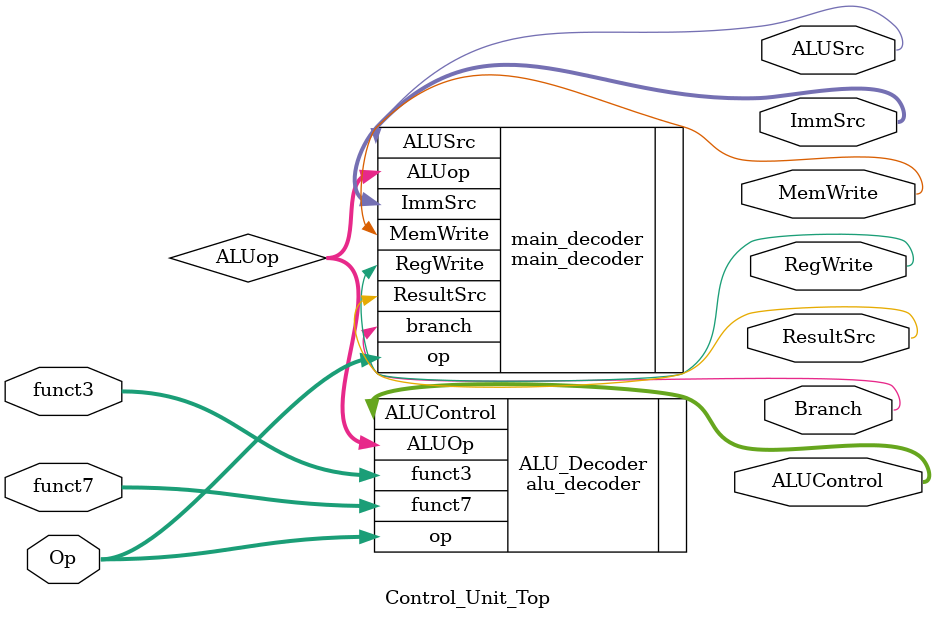
<source format=v>
  `ifndef CONTROL_UNIT_TOP_V
`define CONTROL_UNIT_TOP_V

`include "ALU_Decoder.v"
`include "Main_Decoder.v"

module Control_Unit_Top( Op, RegWrite, ImmSrc, ALUSrc, MemWrite,ResultSrc,Branch,funct3,funct7,ALUControl );

input [6:0] Op, funct7;
input [2:0] funct3;
output ResultSrc, MemWrite, ALUSrc, RegWrite,Branch;
output [1:0] ImmSrc;

output [2:0] ALUControl;    //so see that when something is output + it is being used as input in the same file, then
                        // make it wire. and the outputs which are not getting used anywhere, then make them simple output
wire zero;
wire [1:0]  ALUop;       // IMPORTANT-- this is not declared in the ports..since there is no
                        // need to do so, just declare as wire
//wire [2:0] ALUControl;
//assign zero= branch & Zero;
main_decoder main_decoder(
                        .op(Op),
                    //     .zero(zero),
                          .RegWrite(RegWrite),
                           .MemWrite(MemWrite),
                            .ResultSrc(ResultSrc),
                             .ALUSrc(ALUSrc),
                              .ImmSrc(ImmSrc),
                             .ALUop(ALUop),
                               .branch(Branch)
                             //   .PCSrc(PCSrc)
                        );

alu_decoder ALU_Decoder(
                        .ALUOp(ALUop),
                         .op(Op),
                          .funct3(funct3),
                           .funct7(funct7),
                            .ALUControl(ALUControl)
                            );

endmodule

`endif
</source>
